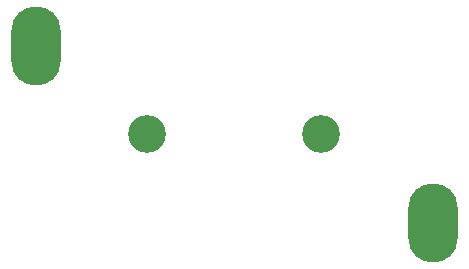
<source format=gbs>
G04 #@! TF.GenerationSoftware,KiCad,Pcbnew,7.0.7-7.0.7~ubuntu22.04.1*
G04 #@! TF.CreationDate,2023-10-15T17:29:54+01:00*
G04 #@! TF.ProjectId,USB_distri,5553425f-6469-4737-9472-692e6b696361,rev?*
G04 #@! TF.SameCoordinates,Original*
G04 #@! TF.FileFunction,Soldermask,Bot*
G04 #@! TF.FilePolarity,Negative*
%FSLAX46Y46*%
G04 Gerber Fmt 4.6, Leading zero omitted, Abs format (unit mm)*
G04 Created by KiCad (PCBNEW 7.0.7-7.0.7~ubuntu22.04.1) date 2023-10-15 17:29:54*
%MOMM*%
%LPD*%
G01*
G04 APERTURE LIST*
%ADD10O,4.200000X6.700000*%
%ADD11C,3.200000*%
G04 APERTURE END LIST*
D10*
X162800000Y-121900000D03*
D11*
X153300000Y-114400000D03*
X138550000Y-114400000D03*
D10*
X129150000Y-106900000D03*
M02*

</source>
